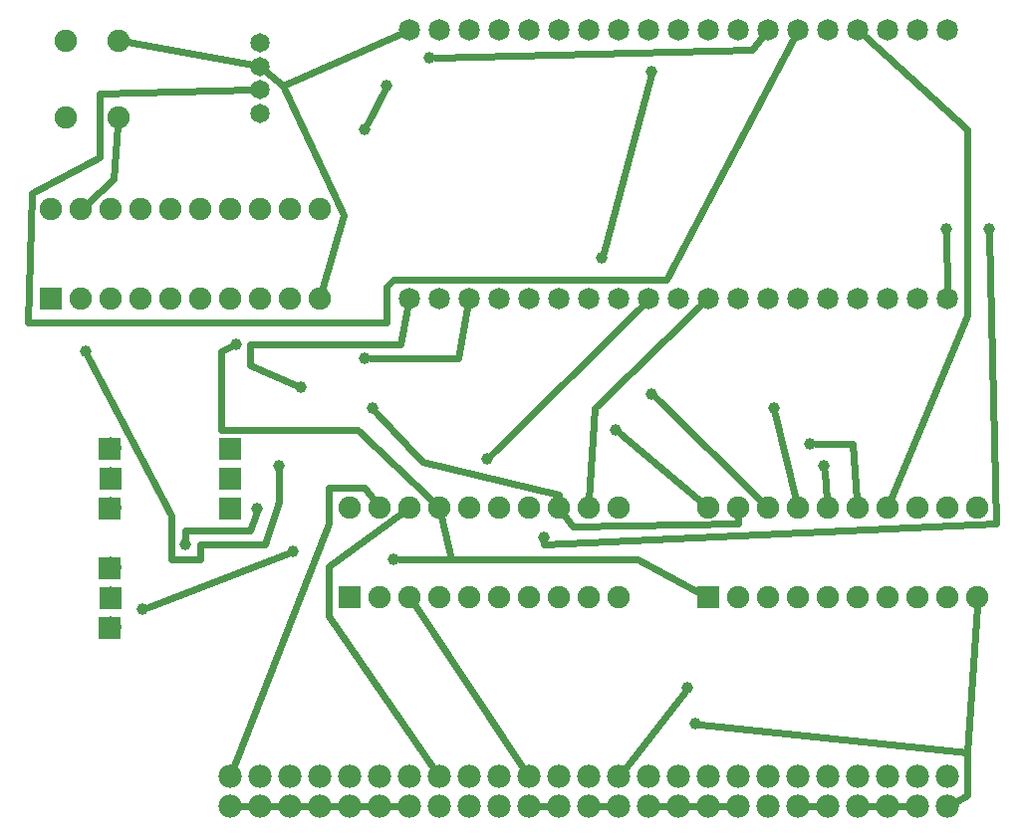
<source format=gbl>
G04 MADE WITH FRITZING*
G04 WWW.FRITZING.ORG*
G04 DOUBLE SIDED*
G04 HOLES PLATED*
G04 CONTOUR ON CENTER OF CONTOUR VECTOR*
%ASAXBY*%
%FSLAX23Y23*%
%MOIN*%
%OFA0B0*%
%SFA1.0B1.0*%
%ADD10C,0.065000*%
%ADD11C,0.075000*%
%ADD12C,0.078000*%
%ADD13C,0.072000*%
%ADD14C,0.071858*%
%ADD15C,0.039370*%
%ADD16R,0.075000X0.075000*%
%ADD17R,0.000000X0.000000*%
%ADD18R,0.072000X0.072000*%
%ADD19C,0.024000*%
%LNCOPPER0*%
G90*
G70*
G54D10*
X933Y2851D03*
X933Y2772D03*
X933Y2693D03*
X933Y2614D03*
G54D11*
X282Y2602D03*
X282Y2858D03*
X459Y2602D03*
X459Y2858D03*
X2433Y993D03*
X2433Y1293D03*
X2533Y993D03*
X2533Y1293D03*
X2633Y993D03*
X2633Y1293D03*
X2733Y993D03*
X2733Y1293D03*
X2833Y993D03*
X2833Y1293D03*
X2933Y993D03*
X2933Y1293D03*
X3033Y993D03*
X3033Y1293D03*
X3133Y993D03*
X3133Y1293D03*
X3233Y993D03*
X3233Y1293D03*
X3333Y993D03*
X3333Y1293D03*
X1233Y993D03*
X1233Y1293D03*
X1333Y993D03*
X1333Y1293D03*
X1433Y993D03*
X1433Y1293D03*
X1533Y993D03*
X1533Y1293D03*
X1633Y993D03*
X1633Y1293D03*
X1733Y993D03*
X1733Y1293D03*
X1833Y993D03*
X1833Y1293D03*
X1933Y993D03*
X1933Y1293D03*
X2033Y993D03*
X2033Y1293D03*
X2133Y993D03*
X2133Y1293D03*
G54D12*
X3233Y393D03*
X3133Y393D03*
X3033Y393D03*
X2933Y393D03*
X2833Y393D03*
X2733Y393D03*
X2633Y393D03*
X2533Y393D03*
X2433Y393D03*
X2333Y393D03*
X2233Y393D03*
X2133Y393D03*
X2033Y393D03*
X1933Y393D03*
X1833Y393D03*
X1733Y393D03*
X1633Y393D03*
X1533Y393D03*
X1433Y393D03*
X1333Y393D03*
X1233Y393D03*
X1133Y393D03*
X1033Y393D03*
X933Y393D03*
X833Y393D03*
X3233Y393D03*
X3133Y393D03*
X3033Y393D03*
X2933Y393D03*
X2833Y393D03*
X2733Y393D03*
X2633Y393D03*
X2533Y393D03*
X2433Y393D03*
X2333Y393D03*
X2233Y393D03*
X2133Y393D03*
X2033Y393D03*
X1933Y393D03*
X1833Y393D03*
X1733Y393D03*
X1633Y393D03*
X1533Y393D03*
X1433Y393D03*
X1333Y393D03*
X1233Y393D03*
X1133Y393D03*
X1033Y393D03*
X933Y393D03*
X833Y393D03*
X833Y293D03*
X933Y293D03*
X1033Y293D03*
X1133Y293D03*
X1233Y293D03*
X1333Y293D03*
X1433Y293D03*
X1533Y293D03*
X1633Y293D03*
X1733Y293D03*
X1833Y293D03*
X1933Y293D03*
X2033Y293D03*
X2133Y293D03*
X2233Y293D03*
X2333Y293D03*
X2433Y293D03*
X2533Y293D03*
X2633Y293D03*
X2733Y293D03*
X2833Y293D03*
X2933Y293D03*
X3033Y293D03*
X3133Y293D03*
X3233Y293D03*
G54D13*
X833Y1492D03*
X833Y1392D03*
X833Y1292D03*
X432Y1493D03*
X432Y1393D03*
X432Y1293D03*
X432Y1093D03*
X432Y993D03*
X432Y893D03*
G54D14*
X1432Y1994D03*
X1533Y1994D03*
X1632Y1994D03*
X1732Y1994D03*
X1832Y1994D03*
X1932Y1994D03*
X2033Y1994D03*
X2132Y1994D03*
X2232Y1994D03*
X2332Y1994D03*
X2432Y1994D03*
X2533Y1994D03*
X2632Y1994D03*
X2732Y1994D03*
X2832Y1994D03*
X2932Y1994D03*
X3032Y1994D03*
X3132Y1994D03*
X3232Y1994D03*
X3232Y2893D03*
X3132Y2893D03*
X3032Y2893D03*
X2932Y2893D03*
X2832Y2893D03*
X2732Y2893D03*
X2632Y2893D03*
X2533Y2893D03*
X2432Y2893D03*
X2332Y2893D03*
X2232Y2893D03*
X2132Y2893D03*
X2033Y2893D03*
X1932Y2893D03*
X1832Y2893D03*
X1732Y2893D03*
X1632Y2893D03*
X1533Y2893D03*
X1432Y2893D03*
G54D11*
X233Y1993D03*
X233Y2293D03*
X333Y1993D03*
X333Y2293D03*
X433Y1993D03*
X433Y2293D03*
X533Y1993D03*
X533Y2293D03*
X633Y1993D03*
X633Y2293D03*
X733Y1993D03*
X733Y2293D03*
X833Y1993D03*
X833Y2293D03*
X933Y1993D03*
X933Y2293D03*
X1033Y1993D03*
X1033Y2293D03*
X1133Y1993D03*
X1133Y2293D03*
G54D15*
X2388Y570D03*
X2364Y690D03*
X924Y1290D03*
X684Y1170D03*
X1500Y2802D03*
X2820Y1434D03*
X2772Y1506D03*
X1284Y2562D03*
X1356Y2706D03*
X2244Y1674D03*
X2244Y2754D03*
X2076Y2130D03*
X2652Y1626D03*
X1284Y1794D03*
X1380Y1122D03*
X852Y1842D03*
X1308Y1626D03*
X1884Y1194D03*
X3372Y2226D03*
X3228Y2226D03*
X1068Y1698D03*
X996Y1434D03*
X348Y1818D03*
X2124Y1554D03*
X540Y954D03*
X1044Y1146D03*
X1692Y1458D03*
G54D16*
X2433Y993D03*
X1233Y993D03*
G54D17*
X832Y1490D03*
X832Y1291D03*
X833Y1391D03*
G54D18*
X833Y1391D03*
X832Y1291D03*
X832Y1490D03*
G54D17*
X832Y1490D03*
X832Y1291D03*
X833Y1391D03*
G54D18*
X833Y1391D03*
X832Y1291D03*
X832Y1490D03*
G54D17*
X430Y1490D03*
X430Y1291D03*
X432Y1391D03*
G54D18*
X432Y1391D03*
X430Y1291D03*
X430Y1490D03*
G54D17*
X430Y1490D03*
X430Y1291D03*
X432Y1391D03*
G54D18*
X432Y1391D03*
X430Y1291D03*
X430Y1490D03*
G54D17*
X430Y1090D03*
X430Y891D03*
X432Y991D03*
G54D18*
X432Y991D03*
X430Y891D03*
X430Y1090D03*
G54D17*
X430Y1090D03*
X430Y891D03*
X432Y991D03*
G54D18*
X432Y991D03*
X430Y891D03*
X430Y1090D03*
G54D16*
X233Y1993D03*
G54D19*
X1409Y1276D02*
X1164Y1098D01*
X1164Y1098D02*
X1164Y930D01*
X1164Y930D02*
X1516Y418D01*
D02*
X2955Y2873D02*
X3300Y2562D01*
X3300Y2562D02*
X3300Y1938D01*
X3300Y1938D02*
X3044Y1320D01*
D02*
X2034Y1322D02*
X2052Y1626D01*
X2052Y1626D02*
X2410Y1973D01*
D02*
X1448Y969D02*
X1816Y418D01*
D02*
X1863Y293D02*
X1902Y293D01*
D02*
X2102Y293D02*
X2063Y293D01*
D02*
X2302Y293D02*
X2263Y293D01*
D02*
X2402Y293D02*
X2363Y293D01*
D02*
X2502Y293D02*
X2463Y293D01*
D02*
X2802Y293D02*
X2763Y293D01*
D02*
X3002Y293D02*
X2963Y293D01*
D02*
X3102Y293D02*
X3063Y293D01*
D02*
X1363Y293D02*
X1402Y293D01*
D02*
X1263Y293D02*
X1302Y293D01*
D02*
X1163Y293D02*
X1202Y293D01*
D02*
X1063Y293D02*
X1102Y293D01*
D02*
X963Y293D02*
X1002Y293D01*
D02*
X863Y293D02*
X902Y293D01*
D02*
X2407Y568D02*
X3300Y474D01*
X3300Y474D02*
X3300Y330D01*
X3300Y330D02*
X3259Y308D01*
D02*
X3331Y965D02*
X3300Y474D01*
D02*
X950Y2756D02*
X1008Y2706D01*
X1008Y2706D02*
X1212Y2274D01*
X1212Y2274D02*
X1140Y2021D01*
D02*
X488Y2853D02*
X909Y2776D01*
D02*
X354Y2312D02*
X444Y2394D01*
X444Y2394D02*
X457Y2573D01*
D02*
X1404Y2881D02*
X1008Y2706D01*
D02*
X2352Y675D02*
X2151Y417D01*
D02*
X1316Y1317D02*
X1284Y1362D01*
X1284Y1362D02*
X1164Y1362D01*
X1164Y1362D02*
X1164Y1242D01*
X1164Y1242D02*
X844Y421D01*
D02*
X918Y1272D02*
X900Y1218D01*
X900Y1218D02*
X684Y1218D01*
X684Y1218D02*
X684Y1189D01*
D02*
X2613Y2869D02*
X2580Y2826D01*
X2580Y2826D02*
X1519Y2802D01*
D02*
X2822Y1415D02*
X2830Y1322D01*
D02*
X2791Y1506D02*
X2916Y1506D01*
X2916Y1506D02*
X2930Y1322D01*
D02*
X1292Y2579D02*
X1348Y2689D01*
D02*
X2258Y1660D02*
X2612Y1313D01*
D02*
X2239Y2735D02*
X2081Y2148D01*
D02*
X2656Y1607D02*
X2726Y1321D01*
D02*
X909Y2693D02*
X396Y2682D01*
X396Y2682D02*
X396Y2466D01*
X396Y2466D02*
X168Y2346D01*
X168Y2346D02*
X156Y1914D01*
X156Y1914D02*
X1356Y1914D01*
X1356Y1914D02*
X1356Y2034D01*
X1356Y2034D02*
X1380Y2058D01*
X1380Y2058D02*
X2292Y2058D01*
X2292Y2058D02*
X2718Y2866D01*
D02*
X1627Y1964D02*
X1596Y1794D01*
X1596Y1794D02*
X1303Y1794D01*
D02*
X1399Y1122D02*
X1572Y1122D01*
X1572Y1122D02*
X1539Y1265D01*
D02*
X2407Y1007D02*
X2196Y1122D01*
X2196Y1122D02*
X1572Y1122D01*
D02*
X835Y1833D02*
X804Y1818D01*
X804Y1818D02*
X804Y1554D01*
X804Y1554D02*
X1260Y1554D01*
X1260Y1554D02*
X1512Y1313D01*
D02*
X2532Y1265D02*
X2532Y1242D01*
X2532Y1242D02*
X1980Y1230D01*
X1980Y1230D02*
X1950Y1270D01*
D02*
X1321Y1612D02*
X1476Y1446D01*
X1476Y1446D02*
X1932Y1338D01*
X1932Y1338D02*
X1932Y1322D01*
D02*
X1884Y1175D02*
X1884Y1170D01*
X1884Y1170D02*
X3396Y1242D01*
X3396Y1242D02*
X3372Y2207D01*
D02*
X3228Y2207D02*
X3232Y2024D01*
D02*
X1427Y1964D02*
X1404Y1842D01*
X1404Y1842D02*
X900Y1842D01*
X900Y1842D02*
X900Y1770D01*
X900Y1770D02*
X1051Y1705D01*
D02*
X996Y1415D02*
X996Y1314D01*
X996Y1314D02*
X948Y1170D01*
X948Y1170D02*
X732Y1170D01*
X732Y1170D02*
X732Y1122D01*
X732Y1122D02*
X636Y1122D01*
X636Y1122D02*
X636Y1266D01*
X636Y1266D02*
X357Y1801D01*
D02*
X2411Y1312D02*
X2139Y1541D01*
D02*
X558Y960D02*
X1026Y1139D01*
D02*
X1705Y1471D02*
X2211Y1972D01*
G04 End of Copper0*
M02*
</source>
